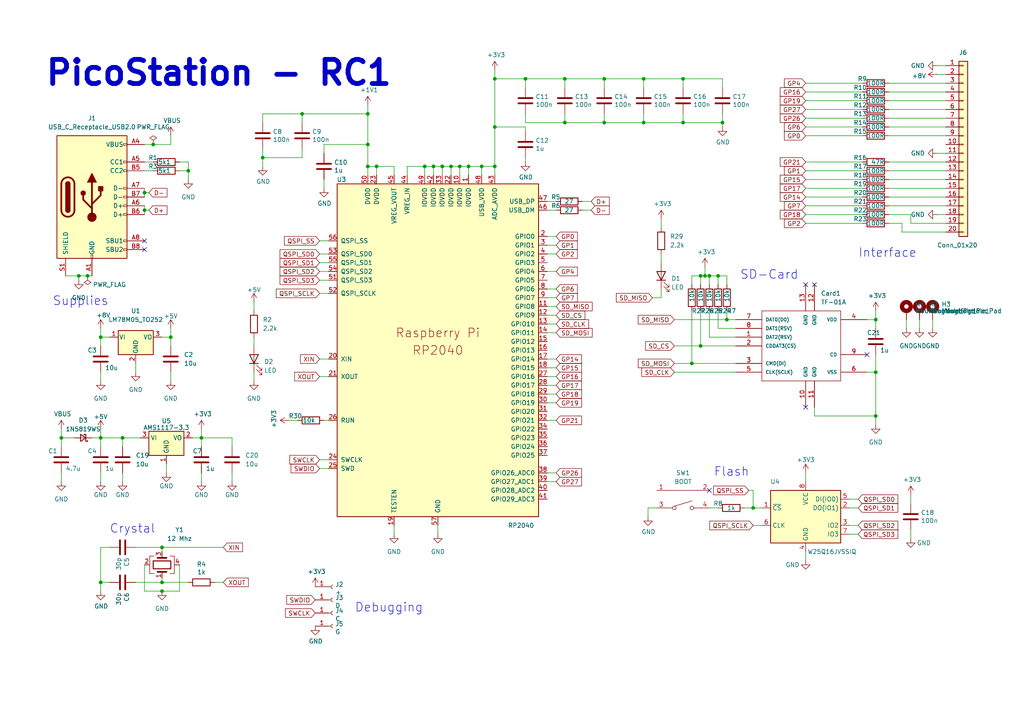
<source format=kicad_sch>
(kicad_sch (version 20230121) (generator eeschema)
  (paper "A4")
  (title_block (title "PicoStation - PCB") (date "2023-05-13") (rev "v20230513") (company "ManCloud"))
  (junction (at 106.68 33.02))
  (junction (at 163.83 22.86))
  (junction (at 208.28 80.01))
  (junction (at 143.51 48.26))
  (junction (at 54.61 49.53))
  (junction (at 203.2 80.01))
  (junction (at 22.86 80.01))
  (junction (at 76.2 45.72))
  (junction (at 143.51 36.83))
  (junction (at 186.69 22.86))
  (junction (at 58.42 127))
  (junction (at 106.68 41.91))
  (junction (at 46.99 171.45))
  (junction (at 130.81 48.26))
  (junction (at 139.7 48.26))
  (junction (at 203.2 100.33))
  (junction (at 198.12 22.86))
  (junction (at 87.63 33.02))
  (junction (at 46.99 158.75))
  (junction (at 29.21 97.79))
  (junction (at 205.74 80.01))
  (junction (at 29.21 127))
  (junction (at 254 120.65))
  (junction (at 125.73 48.26))
  (junction (at 200.66 105.41))
  (junction (at 254 107.95))
  (junction (at 128.27 48.26))
  (junction (at 218.44 147.32))
  (junction (at 198.12 35.56))
  (junction (at 254 92.71))
  (junction (at 49.53 97.79))
  (junction (at 135.89 48.26))
  (junction (at 29.21 168.91))
  (junction (at 209.55 35.56))
  (junction (at 133.35 48.26))
  (junction (at 25.4 80.01))
  (junction (at 204.47 80.01))
  (junction (at 123.19 48.26))
  (junction (at 41.91 55.88))
  (junction (at 106.68 48.26))
  (junction (at 152.4 22.86))
  (junction (at 186.69 35.56))
  (junction (at 46.99 168.91))
  (junction (at 175.26 22.86))
  (junction (at 41.91 60.96))
  (junction (at 17.78 127))
  (junction (at 163.83 35.56))
  (junction (at 109.22 48.26))
  (junction (at 210.82 92.71))
  (junction (at 143.51 22.86))
  (junction (at 35.56 127))
  (junction (at 175.26 35.56))
  (junction (at 44.45 41.91))
  (no_connect (at 251.46 102.87))
  (no_connect (at 236.22 82.55))
  (no_connect (at 233.68 118.11))
  (no_connect (at 205.74 142.24))
  (no_connect (at 233.68 82.55))
  (no_connect (at 41.91 69.85))
  (no_connect (at 41.91 72.39))
  (wire (pts (xy 123.19 48.26) (xy 125.73 48.26)))
  (wire (pts (xy 46.99 97.79) (xy 49.53 97.79)))
  (wire (pts (xy 29.21 127) (xy 29.21 129.54)))
  (wire (pts (xy 41.91 55.88) (xy 41.91 57.15)))
  (wire (pts (xy 52.07 46.99) (xy 54.61 46.99)))
  (wire (pts (xy 257.81 64.77) (xy 261.62 64.77)))
  (wire (pts (xy 46.99 158.75) (xy 64.77 158.75)))
  (wire (pts (xy 158.75 78.74) (xy 161.29 78.74)))
  (wire (pts (xy 158.75 106.68) (xy 161.29 106.68)))
  (wire (pts (xy 123.19 50.8) (xy 123.19 48.26)))
  (wire (pts (xy 41.91 171.45) (xy 41.91 163.83)))
  (wire (pts (xy 198.12 33.02) (xy 198.12 35.56)))
  (wire (pts (xy 257.81 26.67) (xy 274.32 26.67)))
  (wire (pts (xy 152.4 22.86) (xy 152.4 25.4)))
  (wire (pts (xy 130.81 48.26) (xy 133.35 48.26)))
  (wire (pts (xy 233.68 31.75) (xy 250.19 31.75)))
  (wire (pts (xy 236.22 120.65) (xy 254 120.65)))
  (wire (pts (xy 198.12 22.86) (xy 198.12 25.4)))
  (wire (pts (xy 158.75 73.66) (xy 161.29 73.66)))
  (wire (pts (xy 128.27 48.26) (xy 130.81 48.26)))
  (wire (pts (xy 266.7 92.71) (xy 266.7 95.25)))
  (wire (pts (xy 152.4 33.02) (xy 152.4 35.56)))
  (wire (pts (xy 233.68 46.99) (xy 250.19 46.99)))
  (wire (pts (xy 200.66 80.01) (xy 203.2 80.01)))
  (wire (pts (xy 158.75 116.84) (xy 161.29 116.84)))
  (wire (pts (xy 92.71 104.14) (xy 95.25 104.14)))
  (wire (pts (xy 254 92.71) (xy 254 95.25)))
  (wire (pts (xy 92.71 69.85) (xy 95.25 69.85)))
  (wire (pts (xy 233.68 64.77) (xy 250.19 64.77)))
  (wire (pts (xy 195.58 107.95) (xy 213.36 107.95)))
  (wire (pts (xy 257.81 52.07) (xy 274.32 52.07)))
  (wire (pts (xy 254 123.19) (xy 254 120.65)))
  (wire (pts (xy 29.21 124.46) (xy 29.21 127)))
  (wire (pts (xy 48.26 134.62) (xy 48.26 137.16)))
  (wire (pts (xy 143.51 22.86) (xy 143.51 36.83)))
  (wire (pts (xy 87.63 33.02) (xy 106.68 33.02)))
  (wire (pts (xy 198.12 35.56) (xy 186.69 35.56)))
  (wire (pts (xy 270.51 92.71) (xy 270.51 95.25)))
  (wire (pts (xy 54.61 49.53) (xy 54.61 52.07)))
  (wire (pts (xy 203.2 80.01) (xy 204.47 80.01)))
  (wire (pts (xy 248.92 154.94) (xy 246.38 154.94)))
  (wire (pts (xy 52.07 163.83) (xy 52.07 171.45)))
  (wire (pts (xy 186.69 33.02) (xy 186.69 35.56)))
  (wire (pts (xy 274.32 67.31) (xy 261.62 67.31)))
  (wire (pts (xy 257.81 54.61) (xy 274.32 54.61)))
  (wire (pts (xy 261.62 67.31) (xy 261.62 64.77)))
  (wire (pts (xy 29.21 95.25) (xy 29.21 97.79)))
  (wire (pts (xy 73.66 87.63) (xy 73.66 90.17)))
  (wire (pts (xy 233.68 36.83) (xy 250.19 36.83)))
  (wire (pts (xy 158.75 104.14) (xy 161.29 104.14)))
  (wire (pts (xy 198.12 35.56) (xy 209.55 35.56)))
  (wire (pts (xy 218.44 142.24) (xy 218.44 147.32)))
  (wire (pts (xy 67.31 137.16) (xy 67.31 139.7)))
  (wire (pts (xy 195.58 105.41) (xy 200.66 105.41)))
  (wire (pts (xy 257.81 46.99) (xy 274.32 46.99)))
  (wire (pts (xy 76.2 45.72) (xy 76.2 48.26)))
  (wire (pts (xy 203.2 100.33) (xy 213.36 100.33)))
  (wire (pts (xy 133.35 48.26) (xy 135.89 48.26)))
  (wire (pts (xy 39.37 158.75) (xy 46.99 158.75)))
  (wire (pts (xy 200.66 80.01) (xy 200.66 82.55)))
  (wire (pts (xy 92.71 78.74) (xy 95.25 78.74)))
  (wire (pts (xy 163.83 35.56) (xy 152.4 35.56)))
  (wire (pts (xy 209.55 35.56) (xy 209.55 36.83)))
  (wire (pts (xy 205.74 97.79) (xy 205.74 90.17)))
  (wire (pts (xy 163.83 22.86) (xy 163.83 25.4)))
  (wire (pts (xy 135.89 48.26) (xy 139.7 48.26)))
  (wire (pts (xy 41.91 49.53) (xy 44.45 49.53)))
  (wire (pts (xy 158.75 68.58) (xy 161.29 68.58)))
  (wire (pts (xy 233.68 160.02) (xy 233.68 162.56)))
  (wire (pts (xy 92.71 109.22) (xy 95.25 109.22)))
  (wire (pts (xy 248.92 144.78) (xy 246.38 144.78)))
  (wire (pts (xy 209.55 25.4) (xy 209.55 22.86)))
  (wire (pts (xy 248.92 147.32) (xy 246.38 147.32)))
  (wire (pts (xy 139.7 48.26) (xy 143.51 48.26)))
  (wire (pts (xy 186.69 22.86) (xy 198.12 22.86)))
  (wire (pts (xy 233.68 26.67) (xy 250.19 26.67)))
  (wire (pts (xy 264.16 62.23) (xy 264.16 64.77)))
  (wire (pts (xy 218.44 152.4) (xy 220.98 152.4)))
  (wire (pts (xy 208.28 95.25) (xy 208.28 90.17)))
  (wire (pts (xy 58.42 137.16) (xy 58.42 139.7)))
  (wire (pts (xy 52.07 171.45) (xy 46.99 171.45)))
  (wire (pts (xy 54.61 46.99) (xy 54.61 49.53)))
  (wire (pts (xy 41.91 60.96) (xy 43.18 60.96)))
  (wire (pts (xy 92.71 135.89) (xy 95.25 135.89)))
  (wire (pts (xy 87.63 45.72) (xy 87.63 43.18)))
  (wire (pts (xy 271.78 19.05) (xy 274.32 19.05)))
  (wire (pts (xy 49.53 97.79) (xy 49.53 100.33)))
  (wire (pts (xy 114.3 48.26) (xy 109.22 48.26)))
  (wire (pts (xy 143.51 22.86) (xy 152.4 22.86)))
  (wire (pts (xy 46.99 160.02) (xy 46.99 158.75)))
  (wire (pts (xy 248.92 152.4) (xy 246.38 152.4)))
  (wire (pts (xy 163.83 22.86) (xy 175.26 22.86)))
  (wire (pts (xy 158.75 121.92) (xy 161.29 121.92)))
  (wire (pts (xy 31.75 97.79) (xy 29.21 97.79)))
  (wire (pts (xy 26.67 127) (xy 29.21 127)))
  (wire (pts (xy 254 107.95) (xy 254 120.65)))
  (wire (pts (xy 213.36 95.25) (xy 208.28 95.25)))
  (wire (pts (xy 158.75 71.12) (xy 161.29 71.12)))
  (wire (pts (xy 158.75 111.76) (xy 161.29 111.76)))
  (wire (pts (xy 175.26 22.86) (xy 175.26 25.4)))
  (wire (pts (xy 195.58 100.33) (xy 203.2 100.33)))
  (wire (pts (xy 118.11 48.26) (xy 123.19 48.26)))
  (wire (pts (xy 233.68 52.07) (xy 250.19 52.07)))
  (wire (pts (xy 152.4 22.86) (xy 163.83 22.86)))
  (wire (pts (xy 200.66 90.17) (xy 200.66 105.41)))
  (wire (pts (xy 41.91 54.61) (xy 41.91 55.88)))
  (wire (pts (xy 158.75 91.44) (xy 161.29 91.44)))
  (wire (pts (xy 191.77 73.66) (xy 191.77 76.2)))
  (wire (pts (xy 143.51 20.32) (xy 143.51 22.86)))
  (wire (pts (xy 92.71 73.66) (xy 95.25 73.66)))
  (wire (pts (xy 158.75 137.16) (xy 161.29 137.16)))
  (wire (pts (xy 17.78 127) (xy 17.78 129.54)))
  (wire (pts (xy 17.78 124.46) (xy 17.78 127)))
  (wire (pts (xy 133.35 50.8) (xy 133.35 48.26)))
  (wire (pts (xy 109.22 48.26) (xy 106.68 48.26)))
  (wire (pts (xy 29.21 168.91) (xy 29.21 171.45)))
  (wire (pts (xy 143.51 48.26) (xy 143.51 50.8)))
  (wire (pts (xy 233.68 39.37) (xy 250.19 39.37)))
  (wire (pts (xy 203.2 80.01) (xy 203.2 82.55)))
  (wire (pts (xy 257.81 49.53) (xy 274.32 49.53)))
  (wire (pts (xy 46.99 168.91) (xy 54.61 168.91)))
  (wire (pts (xy 257.81 39.37) (xy 274.32 39.37)))
  (wire (pts (xy 35.56 137.16) (xy 35.56 139.7)))
  (wire (pts (xy 233.68 137.16) (xy 233.68 139.7)))
  (wire (pts (xy 233.68 54.61) (xy 250.19 54.61)))
  (wire (pts (xy 41.91 55.88) (xy 43.18 55.88)))
  (wire (pts (xy 39.37 105.41) (xy 39.37 107.95)))
  (wire (pts (xy 251.46 92.71) (xy 254 92.71)))
  (wire (pts (xy 257.81 36.83) (xy 274.32 36.83)))
  (wire (pts (xy 158.75 83.82) (xy 161.29 83.82)))
  (wire (pts (xy 125.73 50.8) (xy 125.73 48.26)))
  (wire (pts (xy 139.7 50.8) (xy 139.7 48.26)))
  (wire (pts (xy 189.23 86.36) (xy 191.77 86.36)))
  (wire (pts (xy 210.82 92.71) (xy 213.36 92.71)))
  (wire (pts (xy 125.73 48.26) (xy 128.27 48.26)))
  (wire (pts (xy 44.45 41.91) (xy 49.53 41.91)))
  (wire (pts (xy 93.98 41.91) (xy 106.68 41.91)))
  (wire (pts (xy 257.81 31.75) (xy 274.32 31.75)))
  (wire (pts (xy 175.26 35.56) (xy 163.83 35.56)))
  (wire (pts (xy 168.91 60.96) (xy 171.45 60.96)))
  (wire (pts (xy 208.28 80.01) (xy 210.82 80.01)))
  (wire (pts (xy 158.75 114.3) (xy 161.29 114.3)))
  (wire (pts (xy 233.68 57.15) (xy 250.19 57.15)))
  (wire (pts (xy 93.98 121.92) (xy 95.25 121.92)))
  (wire (pts (xy 73.66 97.79) (xy 73.66 100.33)))
  (wire (pts (xy 175.26 33.02) (xy 175.26 35.56)))
  (wire (pts (xy 168.91 58.42) (xy 171.45 58.42)))
  (wire (pts (xy 210.82 80.01) (xy 210.82 82.55)))
  (wire (pts (xy 233.68 24.13) (xy 250.19 24.13)))
  (wire (pts (xy 143.51 36.83) (xy 143.51 48.26)))
  (wire (pts (xy 186.69 22.86) (xy 186.69 25.4)))
  (wire (pts (xy 158.75 86.36) (xy 161.29 86.36)))
  (wire (pts (xy 158.75 88.9) (xy 161.29 88.9)))
  (wire (pts (xy 55.88 127) (xy 58.42 127)))
  (wire (pts (xy 135.89 48.26) (xy 135.89 50.8)))
  (wire (pts (xy 208.28 147.32) (xy 205.74 147.32)))
  (wire (pts (xy 233.68 34.29) (xy 250.19 34.29)))
  (wire (pts (xy 114.3 50.8) (xy 114.3 48.26)))
  (wire (pts (xy 92.71 81.28) (xy 95.25 81.28)))
  (wire (pts (xy 92.71 85.09) (xy 95.25 85.09)))
  (wire (pts (xy 93.98 44.45) (xy 93.98 41.91)))
  (wire (pts (xy 58.42 127) (xy 58.42 124.46)))
  (wire (pts (xy 106.68 33.02) (xy 106.68 41.91)))
  (wire (pts (xy 49.53 39.37) (xy 49.53 41.91)))
  (wire (pts (xy 76.2 45.72) (xy 87.63 45.72)))
  (wire (pts (xy 29.21 127) (xy 35.56 127)))
  (wire (pts (xy 191.77 83.82) (xy 191.77 86.36)))
  (wire (pts (xy 209.55 33.02) (xy 209.55 35.56)))
  (wire (pts (xy 217.17 142.24) (xy 218.44 142.24)))
  (wire (pts (xy 205.74 80.01) (xy 208.28 80.01)))
  (wire (pts (xy 257.81 24.13) (xy 274.32 24.13)))
  (wire (pts (xy 49.53 95.25) (xy 49.53 97.79)))
  (wire (pts (xy 254 90.17) (xy 254 92.71)))
  (wire (pts (xy 41.91 60.96) (xy 41.91 62.23)))
  (wire (pts (xy 215.9 147.32) (xy 218.44 147.32)))
  (wire (pts (xy 58.42 129.54) (xy 58.42 127)))
  (wire (pts (xy 198.12 22.86) (xy 209.55 22.86)))
  (wire (pts (xy 46.99 171.45) (xy 41.91 171.45)))
  (wire (pts (xy 29.21 97.79) (xy 29.21 100.33)))
  (wire (pts (xy 41.91 59.69) (xy 41.91 60.96)))
  (wire (pts (xy 233.68 59.69) (xy 250.19 59.69)))
  (wire (pts (xy 41.91 46.99) (xy 44.45 46.99)))
  (wire (pts (xy 264.16 153.67) (xy 264.16 156.21)))
  (wire (pts (xy 175.26 22.86) (xy 186.69 22.86)))
  (wire (pts (xy 22.86 80.01) (xy 22.86 81.28)))
  (wire (pts (xy 118.11 50.8) (xy 118.11 48.26)))
  (wire (pts (xy 257.81 57.15) (xy 274.32 57.15)))
  (wire (pts (xy 200.66 105.41) (xy 213.36 105.41)))
  (wire (pts (xy 158.75 93.98) (xy 161.29 93.98)))
  (wire (pts (xy 158.75 109.22) (xy 161.29 109.22)))
  (wire (pts (xy 17.78 137.16) (xy 17.78 139.7)))
  (wire (pts (xy 264.16 143.51) (xy 264.16 146.05)))
  (wire (pts (xy 233.68 62.23) (xy 250.19 62.23)))
  (wire (pts (xy 236.22 120.65) (xy 236.22 118.11)))
  (wire (pts (xy 233.68 29.21) (xy 250.19 29.21)))
  (wire (pts (xy 39.37 168.91) (xy 46.99 168.91)))
  (wire (pts (xy 92.71 133.35) (xy 95.25 133.35)))
  (wire (pts (xy 35.56 129.54) (xy 35.56 127)))
  (wire (pts (xy 92.71 76.2) (xy 95.25 76.2)))
  (wire (pts (xy 257.81 34.29) (xy 274.32 34.29)))
  (wire (pts (xy 127 152.4) (xy 127 154.94)))
  (wire (pts (xy 35.56 127) (xy 40.64 127)))
  (wire (pts (xy 204.47 77.47) (xy 204.47 80.01)))
  (wire (pts (xy 22.86 80.01) (xy 25.4 80.01)))
  (wire (pts (xy 76.2 43.18) (xy 76.2 45.72)))
  (wire (pts (xy 274.32 62.23) (xy 271.78 62.23)))
  (wire (pts (xy 73.66 107.95) (xy 73.66 110.49)))
  (wire (pts (xy 19.05 80.01) (xy 22.86 80.01)))
  (wire (pts (xy 52.07 49.53) (xy 54.61 49.53)))
  (wire (pts (xy 257.81 29.21) (xy 274.32 29.21)))
  (wire (pts (xy 208.28 80.01) (xy 208.28 82.55)))
  (wire (pts (xy 203.2 90.17) (xy 203.2 100.33)))
  (wire (pts (xy 41.91 41.91) (xy 44.45 41.91)))
  (wire (pts (xy 158.75 60.96) (xy 161.29 60.96)))
  (wire (pts (xy 254 107.95) (xy 251.46 107.95)))
  (wire (pts (xy 106.68 41.91) (xy 106.68 48.26)))
  (wire (pts (xy 106.68 48.26) (xy 106.68 50.8)))
  (wire (pts (xy 218.44 147.32) (xy 220.98 147.32)))
  (wire (pts (xy 264.16 64.77) (xy 274.32 64.77)))
  (wire (pts (xy 191.77 63.5) (xy 191.77 66.04)))
  (wire (pts (xy 152.4 45.72) (xy 152.4 46.99)))
  (wire (pts (xy 76.2 33.02) (xy 87.63 33.02)))
  (wire (pts (xy 152.4 38.1) (xy 152.4 36.83)))
  (wire (pts (xy 158.75 58.42) (xy 161.29 58.42)))
  (wire (pts (xy 58.42 127) (xy 67.31 127)))
  (wire (pts (xy 62.23 168.91) (xy 64.77 168.91)))
  (wire (pts (xy 158.75 139.7) (xy 161.29 139.7)))
  (wire (pts (xy 257.81 59.69) (xy 274.32 59.69)))
  (wire (pts (xy 262.89 92.71) (xy 262.89 95.25)))
  (wire (pts (xy 17.78 127) (xy 21.59 127)))
  (wire (pts (xy 31.75 168.91) (xy 29.21 168.91)))
  (wire (pts (xy 210.82 90.17) (xy 210.82 92.71)))
  (wire (pts (xy 233.68 49.53) (xy 250.19 49.53)))
  (wire (pts (xy 46.99 167.64) (xy 46.99 168.91)))
  (wire (pts (xy 175.26 35.56) (xy 186.69 35.56)))
  (wire (pts (xy 257.81 62.23) (xy 264.16 62.23)))
  (wire (pts (xy 29.21 137.16) (xy 29.21 139.7)))
  (wire (pts (xy 187.96 147.32) (xy 187.96 149.86)))
  (wire (pts (xy 254 102.87) (xy 254 107.95)))
  (wire (pts (xy 205.74 80.01) (xy 205.74 82.55)))
  (wire (pts (xy 271.78 44.45) (xy 274.32 44.45)))
  (wire (pts (xy 271.78 21.59) (xy 274.32 21.59)))
  (wire (pts (xy 106.68 30.48) (xy 106.68 33.02)))
  (wire (pts (xy 93.98 52.07) (xy 93.98 54.61)))
  (wire (pts (xy 49.53 107.95) (xy 49.53 110.49)))
  (wire (pts (xy 195.58 92.71) (xy 210.82 92.71)))
  (wire (pts (xy 29.21 107.95) (xy 29.21 110.49)))
  (wire (pts (xy 163.83 33.02) (xy 163.83 35.56)))
  (wire (pts (xy 83.82 121.92) (xy 86.36 121.92)))
  (wire (pts (xy 158.75 96.52) (xy 161.29 96.52)))
  (wire (pts (xy 128.27 50.8) (xy 128.27 48.26)))
  (wire (pts (xy 87.63 33.02) (xy 87.63 35.56)))
  (wire (pts (xy 204.47 80.01) (xy 205.74 80.01)))
  (wire (pts (xy 114.3 152.4) (xy 114.3 154.94)))
  (wire (pts (xy 130.81 50.8) (xy 130.81 48.26)))
  (wire (pts (xy 31.75 158.75) (xy 29.21 158.75)))
  (wire (pts (xy 76.2 35.56) (xy 76.2 33.02)))
  (wire (pts (xy 143.51 36.83) (xy 152.4 36.83)))
  (wire (pts (xy 213.36 97.79) (xy 205.74 97.79)))
  (wire (pts (xy 67.31 129.54) (xy 67.31 127)))
  (wire (pts (xy 29.21 158.75) (xy 29.21 168.91)))
  (wire (pts (xy 109.22 48.26) (xy 109.22 50.8)))
  (wire (pts (xy 187.96 147.32) (xy 190.5 147.32)))
  (wire (pts (xy 25.4 80.01) (xy 26.67 80.01)))
  (text "SD-Card" (at 214.63 81.28 0) (effects (font (size 2.54 2.54)) (justify left bottom)))
  (text "Flash" (at 207.01 138.43 0) (effects (font (size 2.54 2.54)) (justify left bottom)))
  (text "Debugging" (at 102.87 177.8 0) (effects (font (size 2.54 2.54)) (justify left bottom)))
  (text "Interface" (at 248.92 74.93 0) (effects (font (size 2.54 2.54)) (justify left bottom)))
  (text "Crystal" (at 31.75 154.94 0) (effects (font (size 2.54 2.54)) (justify left bottom)))
  (text "Supplies" (at 15.24 88.9 0) (effects (font (size 2.54 2.54)) (justify left bottom)))
  (text "PicoStation - RC1" (at 12.7 25.4 0) (effects (font (size 7 7) (thickness 1.4) bold) (justify left bottom)))
  (global_label "SWCLK" (shape input) (at 91.44 177.8 180) (property "Intersheetrefs" "${INTERSHEET_REFS}" (effects hide)))
  (global_label "GP27" (shape input) (at 161.29 139.7 0) (property "Intersheetrefs" "${INTERSHEET_REFS}" (effects hide)))
  (global_label "SD_MISO" (shape input) (at 189.23 86.36 180) (property "Intersheetrefs" "${INTERSHEET_REFS}" (effects hide)))
  (global_label "QSPI_SD1" (shape input) (at 92.71 76.2 180) (property "Intersheetrefs" "${INTERSHEET_REFS}" (effects hide)))
  (global_label "GP0" (shape input) (at 233.68 39.37 180) (property "Intersheetrefs" "${INTERSHEET_REFS}" (effects hide)))
  (global_label "QSPI_SS" (shape input) (at 92.71 69.85 180) (property "Intersheetrefs" "${INTERSHEET_REFS}" (effects hide)))
  (global_label "GP16" (shape input) (at 233.68 26.67 180) (property "Intersheetrefs" "${INTERSHEET_REFS}" (effects hide)))
  (global_label "QSPI_SD0" (shape input) (at 248.92 144.78 0) (property "Intersheetrefs" "${INTERSHEET_REFS}" (effects hide)))
  (global_label "SD_MOSI" (shape input) (at 161.29 96.52 0) (property "Intersheetrefs" "${INTERSHEET_REFS}" (effects hide)))
  (global_label "GP14" (shape input) (at 233.68 57.15 180) (property "Intersheetrefs" "${INTERSHEET_REFS}" (effects hide)))
  (global_label "GP2" (shape input) (at 161.29 73.66 0) (property "Intersheetrefs" "${INTERSHEET_REFS}" (effects hide)))
  (global_label "GP1" (shape input) (at 161.29 71.12 0) (property "Intersheetrefs" "${INTERSHEET_REFS}" (effects hide)))
  (global_label "SWDIO" (shape input) (at 92.71 135.89 180) (property "Intersheetrefs" "${INTERSHEET_REFS}" (effects hide)))
  (global_label "SD_MISO" (shape input) (at 195.58 92.71 180) (property "Intersheetrefs" "${INTERSHEET_REFS}" (effects hide)))
  (global_label "XIN" (shape input) (at 92.71 104.14 180) (property "Intersheetrefs" "${INTERSHEET_REFS}" (effects hide)))
  (global_label "GP17" (shape input) (at 161.29 111.76 0) (property "Intersheetrefs" "${INTERSHEET_REFS}" (effects hide)))
  (global_label "XOUT" (shape input) (at 92.71 109.22 180) (property "Intersheetrefs" "${INTERSHEET_REFS}" (effects hide)))
  (global_label "GP26" (shape input) (at 233.68 34.29 180) (property "Intersheetrefs" "${INTERSHEET_REFS}" (effects hide)))
  (global_label "QSPI_SD3" (shape input) (at 248.92 154.94 0) (property "Intersheetrefs" "${INTERSHEET_REFS}" (effects hide)))
  (global_label "SD_CLK" (shape input) (at 195.58 107.95 180) (property "Intersheetrefs" "${INTERSHEET_REFS}" (effects hide)))
  (global_label "QSPI_SD2" (shape input) (at 248.92 152.4 0) (property "Intersheetrefs" "${INTERSHEET_REFS}" (effects hide)))
  (global_label "D-" (shape input) (at 171.45 60.96 0) (property "Intersheetrefs" "${INTERSHEET_REFS}" (effects hide)))
  (global_label "QSPI_SS" (shape input) (at 217.17 142.24 180) (property "Intersheetrefs" "${INTERSHEET_REFS}" (effects hide)))
  (global_label "QSPI_SD0" (shape input) (at 92.71 73.66 180) (property "Intersheetrefs" "${INTERSHEET_REFS}" (effects hide)))
  (global_label "QSPI_SD1" (shape input) (at 248.92 147.32 0) (property "Intersheetrefs" "${INTERSHEET_REFS}" (effects hide)))
  (global_label "QSPI_SD3" (shape input) (at 92.71 81.28 180) (property "Intersheetrefs" "${INTERSHEET_REFS}" (effects hide)))
  (global_label "SD_CS" (shape input) (at 195.58 100.33 180) (property "Intersheetrefs" "${INTERSHEET_REFS}" (effects hide)))
  (global_label "GP15" (shape input) (at 161.29 106.68 0) (property "Intersheetrefs" "${INTERSHEET_REFS}" (effects hide)))
  (global_label "GP6" (shape input) (at 161.29 83.82 0) (property "Intersheetrefs" "${INTERSHEET_REFS}" (effects hide)))
  (global_label "GP2" (shape input) (at 233.68 64.77 180) (property "Intersheetrefs" "${INTERSHEET_REFS}" (effects hide)))
  (global_label "GP16" (shape input) (at 161.29 109.22 0) (property "Intersheetrefs" "${INTERSHEET_REFS}" (effects hide)))
  (global_label "GP21" (shape input) (at 161.29 121.92 0) (property "Intersheetrefs" "${INTERSHEET_REFS}" (effects hide)))
  (global_label "GP19" (shape input) (at 233.68 29.21 180) (property "Intersheetrefs" "${INTERSHEET_REFS}" (effects hide)))
  (global_label "SWCLK" (shape input) (at 92.71 133.35 180) (property "Intersheetrefs" "${INTERSHEET_REFS}" (effects hide)))
  (global_label "GP26" (shape input) (at 161.29 137.16 0) (property "Intersheetrefs" "${INTERSHEET_REFS}" (effects hide)))
  (global_label "GP7" (shape input) (at 161.29 86.36 0) (property "Intersheetrefs" "${INTERSHEET_REFS}" (effects hide)))
  (global_label "GP21" (shape input) (at 233.68 46.99 180) (property "Intersheetrefs" "${INTERSHEET_REFS}" (effects hide)))
  (global_label "GP17" (shape input) (at 233.68 54.61 180) (property "Intersheetrefs" "${INTERSHEET_REFS}" (effects hide)))
  (global_label "QSPI_SCLK" (shape input) (at 218.44 152.4 180) (property "Intersheetrefs" "${INTERSHEET_REFS}" (effects hide)))
  (global_label "QSPI_SD2" (shape input) (at 92.71 78.74 180) (property "Intersheetrefs" "${INTERSHEET_REFS}" (effects hide)))
  (global_label "QSPI_SCLK" (shape input) (at 92.71 85.09 180) (property "Intersheetrefs" "${INTERSHEET_REFS}" (effects hide)))
  (global_label "D+" (shape input) (at 43.18 60.96 0) (property "Intersheetrefs" "${INTERSHEET_REFS}" (effects hide)))
  (global_label "GP0" (shape input) (at 161.29 68.58 0) (property "Intersheetrefs" "${INTERSHEET_REFS}" (effects hide)))
  (global_label "GP27" (shape input) (at 233.68 31.75 180) (property "Intersheetrefs" "${INTERSHEET_REFS}" (effects hide)))
  (global_label "SD_CLK" (shape input) (at 161.29 93.98 0) (property "Intersheetrefs" "${INTERSHEET_REFS}" (effects hide)))
  (global_label "GP6" (shape input) (at 233.68 36.83 180) (property "Intersheetrefs" "${INTERSHEET_REFS}" (effects hide)))
  (global_label "GP19" (shape input) (at 161.29 116.84 0) (property "Intersheetrefs" "${INTERSHEET_REFS}" (effects hide)))
  (global_label "D-" (shape input) (at 43.18 55.88 0) (property "Intersheetrefs" "${INTERSHEET_REFS}" (effects hide)))
  (global_label "SD_MOSI" (shape input) (at 195.58 105.41 180) (property "Intersheetrefs" "${INTERSHEET_REFS}" (effects hide)))
  (global_label "GP4" (shape input) (at 233.68 24.13 180) (property "Intersheetrefs" "${INTERSHEET_REFS}" (effects hide)))
  (global_label "SD_MISO" (shape input) (at 161.29 88.9 0) (property "Intersheetrefs" "${INTERSHEET_REFS}" (effects hide)))
  (global_label "GP7" (shape input) (at 233.68 59.69 180) (property "Intersheetrefs" "${INTERSHEET_REFS}" (effects hide)))
  (global_label "GP14" (shape input) (at 161.29 104.14 0) (property "Intersheetrefs" "${INTERSHEET_REFS}" (effects hide)))
  (global_label "GP18" (shape input) (at 161.29 114.3 0) (property "Intersheetrefs" "${INTERSHEET_REFS}" (effects hide)))
  (global_label "SD_CS" (shape input) (at 161.29 91.44 0) (property "Intersheetrefs" "${INTERSHEET_REFS}" (effects hide)))
  (global_label "XIN" (shape input) (at 64.77 158.75 0) (property "Intersheetrefs" "${INTERSHEET_REFS}" (effects hide)))
  (global_label "GP18" (shape input) (at 233.68 62.23 180) (property "Intersheetrefs" "${INTERSHEET_REFS}" (effects hide)))
  (global_label "GP4" (shape input) (at 161.29 78.74 0) (property "Intersheetrefs" "${INTERSHEET_REFS}" (effects hide)))
  (global_label "GP1" (shape input) (at 233.68 49.53 180) (property "Intersheetrefs" "${INTERSHEET_REFS}" (effects hide)))
  (global_label "D+" (shape input) (at 171.45 58.42 0) (property "Intersheetrefs" "${INTERSHEET_REFS}" (effects hide)))
  (global_label "XOUT" (shape input) (at 64.77 168.91 0) (property "Intersheetrefs" "${INTERSHEET_REFS}" (effects hide)))
  (global_label "GP15" (shape input) (at 233.68 52.07 180) (property "Intersheetrefs" "${INTERSHEET_REFS}" (effects hide)))
  (global_label "SWDIO" (shape input) (at 91.44 173.99 180) (property "Intersheetrefs" "${INTERSHEET_REFS}" (effects hide)))
  (symbol (lib_id "power:GND") (at 266.7 95.25 0) (unit 1)
    (property "Reference" "#PWR0144" (effects hide))
    (property "Value" "GND" (at 266.7 100.33 0))
  )
  (symbol (lib_id "Device:C") (at 49.53 104.14 0) (unit 1)
    (property "Reference" "C2" (at 53.34 102.8699 0) (effects (justify left)))
    (property "Value" "10u" (at 53.34 105.4099 0) (effects (justify left)))
    (property "Footprint" "Capacitor_SMD:C_0805_2012Metric_Pad1.18x1.45mm_HandSolder" (effects hide))
    (property "LCSC" "C15850" (effects hide))
  )
  (symbol (lib_id "Device:C") (at 163.83 29.21 0) (unit 1)
    (property "Reference" "C13" (at 166.751 28.0416 0) (effects (justify left)))
    (property "Value" "100n" (at 166.751 30.353 0) (effects (justify left)))
    (property "Footprint" "Capacitor_SMD:C_0603_1608Metric_Pad1.08x0.95mm_HandSolder" (effects hide))
    (property "LCSC" "C1525" (effects hide))
  )
  (symbol (lib_id "Device:R") (at 254 39.37 90) (unit 1)
    (property "Reference" "R15" (at 251.46 38.1 90) (effects (justify left)))
    (property "Value" "100R" (at 256.54 39.37 90) (effects (justify left)))
    (property "Footprint" "Resistor_SMD:R_0603_1608Metric_Pad0.98x0.95mm_HandSolder" (effects hide))
  )
  (symbol (lib_id "power:GND") (at 29.21 171.45 0) (unit 1)
    (property "Reference" "#PWR0101" (effects hide))
    (property "Value" "GND" (at 29.337 175.8442 0))
  )
  (symbol (lib_id "power:+5V") (at 49.53 95.25 0) (unit 1)
    (property "Reference" "#PWR0109" (effects hide))
    (property "Value" "+5V" (at 49.53 91.6742 0))
  )
  (symbol (lib_id "power:GND") (at 22.86 81.28 0) (unit 1)
    (property "Reference" "#PWR0108" (effects hide))
    (property "Value" "GND" (at 22.86 86.36 0))
  )
  (symbol (lib_id "power:GND") (at 127 154.94 0) (unit 1)
    (property "Reference" "#PWR0106" (effects hide))
    (property "Value" "GND" (at 127 160.02 0))
  )
  (symbol (lib_id "Device:R") (at 254 49.53 90) (unit 1)
    (property "Reference" "R17" (at 251.46 48.26 90) (effects (justify left)))
    (property "Value" "100R" (at 256.54 49.53 90) (effects (justify left)))
    (property "Footprint" "Resistor_SMD:R_0603_1608Metric_Pad0.98x0.95mm_HandSolder" (effects hide))
  )
  (symbol (lib_id "Device:R") (at 48.26 49.53 90) (unit 1)
    (property "Reference" "R3" (at 45.72 48.26 90) (effects (justify left)))
    (property "Value" "5k1" (at 49.53 49.53 90) (effects (justify left)))
    (property "Footprint" "Resistor_SMD:R_0603_1608Metric_Pad0.98x0.95mm_HandSolder" (effects hide))
  )
  (symbol (lib_id "Device:LED") (at 73.66 104.14 90) (unit 1)
    (property "Reference" "D2" (at 76.581 104.8928 90) (effects (justify right)))
    (property "Value" "LED" (at 76.581 107.4297 90) (effects (justify right)))
    (property "Footprint" "LED_SMD:LED_0805_2012Metric_Pad1.15x1.40mm_HandSolder" (effects hide))
  )
  (symbol (lib_id "Device:R") (at 254 62.23 90) (unit 1)
    (property "Reference" "R22" (at 251.46 60.96 90) (effects (justify left)))
    (property "Value" "100R" (at 256.54 62.23 90) (effects (justify left)))
    (property "Footprint" "Resistor_SMD:R_0603_1608Metric_Pad0.98x0.95mm_HandSolder" (effects hide))
  )
  (symbol (lib_id "Device:R") (at 254 36.83 90) (unit 1)
    (property "Reference" "R14" (at 251.46 35.56 90) (effects (justify left)))
    (property "Value" "100R" (at 256.54 36.83 90) (effects (justify left)))
    (property "Footprint" "Resistor_SMD:R_0603_1608Metric_Pad0.98x0.95mm_HandSolder" (effects hide))
  )
  (symbol (lib_id "power:+5V") (at 73.66 87.63 0) (unit 1)
    (property "Reference" "#PWR0125" (effects hide))
    (property "Value" "+5V" (at 73.66 84.0542 0))
  )
  (symbol (lib_id "Connector:Conn_01x01_Female") (at 96.52 181.61 0) (unit 1)
    (property "Reference" "J5" (at 97.2312 180.9496 0) (effects (justify left)))
    (property "Value" "G" (at 97.2312 183.261 0) (effects (justify left)))
    (property "Footprint" "TestPoint:TestPoint_Pad_D1.5mm" (effects hide))
  )
  (symbol (lib_id "power:GND") (at 187.96 149.86 0) (unit 1)
    (property "Reference" "#PWR0136" (effects hide))
    (property "Value" "GND" (at 188.087 154.2542 0))
  )
  (symbol (lib_id "Device:C") (at 35.56 133.35 0) (unit 1)
    (property "Reference" "C19" (at 39.37 132.0799 0) (effects (justify left)))
    (property "Value" "10u" (at 39.37 134.6199 0) (effects (justify left)))
    (property "Footprint" "Capacitor_SMD:C_0805_2012Metric_Pad1.18x1.45mm_HandSolder" (effects hide))
    (property "LCSC" "C15850" (effects hide))
  )
  (symbol (lib_id "power:+5V") (at 29.21 124.46 0) (unit 1)
    (property "Reference" "#PWR0115" (effects hide))
    (property "Value" "+5V" (at 29.21 120.8842 0))
  )
  (symbol (lib_id "Device:C") (at 254 99.06 0) (unit 1)
    (property "Reference" "C21" (at 251.46 96.52 0) (effects (justify left)))
    (property "Value" "1u" (at 255.27 101.6 0) (effects (justify left)))
    (property "Footprint" "Capacitor_SMD:C_0603_1608Metric_Pad1.08x0.95mm_HandSolder" (effects hide))
    (property "LCSC" "C52923" (effects hide))
  )
  (symbol (lib_id "power:GND") (at 49.53 110.49 0) (unit 1)
    (property "Reference" "#PWR0120" (effects hide))
    (property "Value" "GND" (at 49.53 115.57 0))
  )
  (symbol (lib_id "Device:C") (at 35.56 168.91 270) (unit 1)
    (property "Reference" "C6" (at 36.7284 171.831 0) (effects (justify left)))
    (property "Value" "30p" (at 34.417 171.831 0) (effects (justify left)))
    (property "Footprint" "Capacitor_SMD:C_0603_1608Metric_Pad1.08x0.95mm_HandSolder" (effects hide))
    (property "LCSC" "C1570" (effects hide))
  )
  (symbol (lib_id "power:GND") (at 39.37 107.95 0) (unit 1)
    (property "Reference" "#PWR0118" (effects hide))
    (property "Value" "GND" (at 39.37 113.03 0))
  )
  (symbol (lib_id "Device:D_Schottky_Small") (at 24.13 127 180) (unit 1)
    (property "Reference" "D3" (at 24.13 121.92 0))
    (property "Value" "1N5819WS" (at 24.13 124.46 0))
    (property "Footprint" "Diode_SMD:D_SOD-323" (effects hide))
    (property "LCSC" "C191023" (effects hide))
  )
  (symbol (lib_id "Device:R") (at 254 59.69 90) (unit 1)
    (property "Reference" "R21" (at 251.46 58.42 90) (effects (justify left)))
    (property "Value" "100R" (at 256.54 59.69 90) (effects (justify left)))
    (property "Footprint" "Resistor_SMD:R_0603_1608Metric_Pad0.98x0.95mm_HandSolder" (effects hide))
  )
  (symbol (lib_id "power:GND") (at 29.21 110.49 0) (unit 1)
    (property "Reference" "#PWR0116" (effects hide))
    (property "Value" "GND" (at 29.21 115.57 0))
  )
  (symbol (lib_id "power:GND") (at 91.44 181.61 0) (unit 1)
    (property "Reference" "#PWR0103" (effects hide))
    (property "Value" "GND" (at 91.567 186.0042 0))
  )
  (symbol (lib_id "power:GND") (at 67.31 139.7 0) (unit 1)
    (property "Reference" "#PWR01" (effects hide))
    (property "Value" "GND" (at 67.31 143.51 0))
  )
  (symbol (lib_id "power:GND") (at 29.21 139.7 0) (unit 1)
    (property "Reference" "#PWR0111" (effects hide))
    (property "Value" "GND" (at 29.21 143.51 0))
  )
  (symbol (lib_id "Device:R") (at 73.66 93.98 0) (unit 1)
    (property "Reference" "R2" (at 76.2 92.7099 0) (effects (justify left)))
    (property "Value" "2.2k" (at 76.2 95.2499 0) (effects (justify left)))
    (property "Footprint" "Resistor_SMD:R_0603_1608Metric_Pad0.98x0.95mm_HandSolder" (effects hide))
  )
  (symbol (lib_id "power:PWR_FLAG") (at 25.4 80.01 180) (unit 1)
    (property "Reference" "#FLG0102" (effects hide))
    (property "Value" "PWR_FLAG" (at 31.75 82.55 0))
  )
  (symbol (lib_id "power:+8V") (at 29.21 95.25 0) (unit 1)
    (property "Reference" "#PWR0121" (effects hide))
    (property "Value" "+8V" (at 27.94 91.44 0) (effects (justify left)))
  )
  (symbol (lib_id "Mechanical:MountingHole_Pad") (at 270.51 90.17 0) (unit 1)
    (property "Reference" "H3" (at 273.05 88.2563 0) (effects (justify left)))
    (property "Value" "MountingHole_Pad" (at 273.05 90.1773 0) (effects (justify left)))
    (property "Footprint" "MountingHole:MountingHole_2.2mm_M2_DIN965_Pad" (effects hide))
  )
  (symbol (lib_id "Mechanical:MountingHole_Pad") (at 266.7 90.17 0) (unit 1)
    (property "Reference" "H2" (at 269.24 88.2563 0) (effects (justify left)))
    (property "Value" "MountingHole_Pad" (at 269.24 90.1773 0) (effects (justify left)))
    (property "Footprint" "MountingHole:MountingHole_2.2mm_M2_DIN965_Pad" (effects hide))
  )
  (symbol (lib_id "power:+3V3") (at 233.68 137.16 0) (unit 1)
    (property "Reference" "#PWR0138" (effects hide))
    (property "Value" "+3V3" (at 233.68 133.35 0))
  )
  (symbol (lib_id "power:GND") (at 76.2 48.26 0) (unit 1)
    (property "Reference" "#PWR0126" (effects hide))
    (property "Value" "GND" (at 76.327 52.6542 0))
  )
  (symbol (lib_id "Device:C") (at 198.12 29.21 0) (unit 1)
    (property "Reference" "C16" (at 201.041 28.0416 0) (effects (justify left)))
    (property "Value" "100n" (at 201.041 30.353 0) (effects (justify left)))
    (property "Footprint" "Capacitor_SMD:C_0603_1608Metric_Pad1.08x0.95mm_HandSolder" (effects hide))
    (property "LCSC" "C1525" (effects hide))
  )
  (symbol (lib_id "Device:R") (at 212.09 147.32 270) (unit 1)
    (property "Reference" "R8" (at 208.28 146.05 90))
    (property "Value" "1k" (at 212.09 147.32 90))
    (property "Footprint" "Resistor_SMD:R_0603_1608Metric_Pad0.98x0.95mm_HandSolder" (effects hide))
    (property "LCSC" "C11702" (effects hide))
  )
  (symbol (lib_id "Device:Crystal_GND24") (at 46.99 163.83 90) (unit 1)
    (property "Reference" "Y1" (at 52.07 153.67 90))
    (property "Value" "12 Mhz" (at 52.07 156.21 90))
    (property "Footprint" "Crystal:Crystal_SMD_3225-4Pin_3.2x2.5mm" (effects hide))
    (property "LCSC" "C9002" (effects hide))
  )
  (symbol (lib_id "power:GND") (at 114.3 154.94 0) (unit 1)
    (property "Reference" "#PWR0105" (effects hide))
    (property "Value" "GND" (at 114.3 160.02 0))
  )
  (symbol (lib_id "Connector:USB_C_Receptacle_USB2.0") (at 26.67 57.15 0) (unit 1)
    (property "Reference" "J1" (at 26.67 34.29 0))
    (property "Value" "USB_C_Receptacle_USB2.0" (at 26.67 36.83 0))
    (property "Footprint" "Connector_USB:USB_C_Receptacle_HRO_TYPE-C-31-M-12" (effects hide))
    (property "Datasheet" "https://www.usb.org/sites/default/files/documents/usb_type-c.zip" (effects hide))
    (property "LCSC" "C2765186" (effects hide))
  )
  (symbol (lib_id "Device:R") (at 165.1 60.96 90) (unit 1)
    (property "Reference" "R6" (at 162.56 59.69 90) (effects (justify left)))
    (property "Value" "27" (at 166.37 60.96 90) (effects (justify left)))
    (property "Footprint" "Resistor_SMD:R_0603_1608Metric_Pad0.98x0.95mm_HandSolder" (effects hide))
  )
  (symbol (lib_id "Device:R") (at 254 29.21 90) (unit 1)
    (property "Reference" "R11" (at 251.46 27.94 90) (effects (justify left)))
    (property "Value" "100R" (at 256.54 29.21 90) (effects (justify left)))
    (property "Footprint" "Resistor_SMD:R_0603_1608Metric_Pad0.98x0.95mm_HandSolder" (effects hide))
  )
  (symbol (lib_id "power:GND") (at 262.89 95.25 0) (unit 1)
    (property "Reference" "#PWR0143" (effects hide))
    (property "Value" "GND" (at 262.89 100.33 0))
  )
  (symbol (lib_id "power:GND") (at 271.78 44.45 270) (unit 1)
    (property "Reference" "#PWR0131" (effects hide))
    (property "Value" "GND" (at 264.16 44.45 90) (effects (justify left)))
  )
  (symbol (lib_id "Device:C") (at 152.4 29.21 0) (unit 1)
    (property "Reference" "C11" (at 155.321 28.0416 0) (effects (justify left)))
    (property "Value" "100n" (at 155.321 30.353 0) (effects (justify left)))
    (property "Footprint" "Capacitor_SMD:C_0603_1608Metric_Pad1.08x0.95mm_HandSolder" (effects hide))
    (property "LCSC" "C1525" (effects hide))
  )
  (symbol (lib_id "Device:R") (at 191.77 69.85 0) (unit 1)
    (property "Reference" "R29" (at 194.31 68.5799 0) (effects (justify left)))
    (property "Value" "2.2k" (at 194.31 71.1199 0) (effects (justify left)))
    (property "Footprint" "Resistor_SMD:R_0603_1608Metric_Pad0.98x0.95mm_HandSolder" (effects hide))
  )
  (symbol (lib_id "Device:R") (at 210.82 86.36 0) (unit 1)
    (property "Reference" "R7" (at 210.82 90.17 0) (effects (justify left)))
    (property "Value" "10k" (at 210.82 87.63 90) (effects (justify left)))
    (property "Footprint" "Resistor_SMD:R_0603_1608Metric_Pad0.98x0.95mm_HandSolder" (effects hide))
  )
  (symbol (lib_id "Device:C") (at 76.2 39.37 0) (unit 1)
    (property "Reference" "C8" (at 79.121 38.2016 0) (effects (justify left)))
    (property "Value" "100n" (at 79.121 40.513 0) (effects (justify left)))
    (property "Footprint" "Capacitor_SMD:C_0603_1608Metric_Pad1.08x0.95mm_HandSolder" (effects hide))
    (property "LCSC" "C1525" (effects hide))
  )
  (symbol (lib_id "Device:R") (at 254 24.13 90) (unit 1)
    (property "Reference" "R9" (at 251.46 22.86 90) (effects (justify left)))
    (property "Value" "100R" (at 256.54 24.13 90) (effects (justify left)))
    (property "Footprint" "Resistor_SMD:R_0603_1608Metric_Pad0.98x0.95mm_HandSolder" (effects hide))
  )
  (symbol (lib_id "power:VBUS") (at 49.53 39.37 0) (unit 1)
    (property "Reference" "#PWR0107" (effects hide))
    (property "Value" "VBUS" (at 49.911 34.9758 0))
  )
  (symbol (lib_id "power:+3V3") (at 191.77 63.5 0) (unit 1)
    (property "Reference" "#PWR03" (effects hide))
    (property "Value" "+3V3" (at 192.151 59.1058 0))
  )
  (symbol (lib_id "Device:C") (at 93.98 48.26 0) (unit 1)
    (property "Reference" "C10" (at 96.901 47.0916 0) (effects (justify left)))
    (property "Value" "1u" (at 96.901 49.403 0) (effects (justify left)))
    (property "Footprint" "Capacitor_SMD:C_0603_1608Metric_Pad1.08x0.95mm_HandSolder" (effects hide))
    (property "LCSC" "C52923" (effects hide))
  )
  (symbol (lib_id "power:GND") (at 152.4 46.99 0) (unit 1)
    (property "Reference" "#PWR0128" (effects hide))
    (property "Value" "GND" (at 152.527 51.3842 0))
  )
  (symbol (lib_id "Device:R") (at 254 52.07 90) (unit 1)
    (property "Reference" "R18" (at 251.46 50.8 90) (effects (justify left)))
    (property "Value" "100R" (at 256.54 52.07 90) (effects (justify left)))
    (property "Footprint" "Resistor_SMD:R_0603_1608Metric_Pad0.98x0.95mm_HandSolder" (effects hide))
  )
  (symbol (lib_id "power:GND") (at 35.56 139.7 0) (unit 1)
    (property "Reference" "#PWR02" (effects hide))
    (property "Value" "GND" (at 35.56 143.51 0))
  )
  (symbol (lib_id "Device:C") (at 29.21 104.14 0) (unit 1)
    (property "Reference" "C3" (at 25.4 101.6 0) (effects (justify left)))
    (property "Value" "10u" (at 30.48 106.68 0) (effects (justify left)))
    (property "Footprint" "Capacitor_SMD:C_0805_2012Metric_Pad1.18x1.45mm_HandSolder" (effects hide))
    (property "LCSC" "C15850" (effects hide))
  )
  (symbol (lib_id "Mechanical:MountingHole_Pad") (at 262.89 90.17 0) (unit 1)
    (property "Reference" "H1" (at 265.43 88.2563 0) (effects (justify left)))
    (property "Value" "MountingHole_Pad" (at 265.43 90.1773 0) (effects (justify left)))
    (property "Footprint" "MountingHole:MountingHole_2.2mm_M2_DIN965_Pad" (effects hide))
  )
  (symbol (lib_id "Device:C") (at 152.4 41.91 0) (unit 1)
    (property "Reference" "C12" (at 155.321 40.7416 0) (effects (justify left)))
    (property "Value" "1u" (at 155.321 43.053 0) (effects (justify left)))
    (property "Footprint" "Capacitor_SMD:C_0603_1608Metric_Pad1.08x0.95mm_HandSolder" (effects hide))
    (property "LCSC" "C52923" (effects hide))
  )
  (symbol (lib_id "power:+3V3") (at 204.47 77.47 0) (unit 1)
    (property "Reference" "#PWR0146" (effects hide))
    (property "Value" "+3V3" (at 204.851 73.0758 0))
  )
  (symbol (lib_id "Device:C") (at 87.63 39.37 0) (unit 1)
    (property "Reference" "C9" (at 90.551 38.2016 0) (effects (justify left)))
    (property "Value" "100n" (at 90.551 40.513 0) (effects (justify left)))
    (property "Footprint" "Capacitor_SMD:C_0603_1608Metric_Pad1.08x0.95mm_HandSolder" (effects hide))
    (property "LCSC" "C1525" (effects hide))
  )
  (symbol (lib_id "Device:R") (at 58.42 168.91 270) (unit 1)
    (property "Reference" "R4" (at 58.42 163.6522 90))
    (property "Value" "1k" (at 58.42 165.9636 90))
    (property "Footprint" "Resistor_SMD:R_0603_1608Metric_Pad0.98x0.95mm_HandSolder" (effects hide))
    (property "LCSC" "C11702" (effects hide))
  )
  (symbol (lib_id "power:GND") (at 73.66 110.49 0) (unit 1)
    (property "Reference" "#PWR0122" (effects hide))
    (property "Value" "GND" (at 73.66 115.57 0))
  )
  (symbol (lib_id "power:+1V1") (at 106.68 30.48 0) (unit 1)
    (property "Reference" "#PWR0127" (effects hide))
    (property "Value" "+1V1" (at 107.061 26.0858 0))
  )
  (symbol (lib_id "Device:C") (at 35.56 158.75 270) (unit 1)
    (property "Reference" "C5" (at 36.7284 161.671 0) (effects (justify left)))
    (property "Value" "30p" (at 34.417 161.671 0) (effects (justify left)))
    (property "Footprint" "Capacitor_SMD:C_0603_1608Metric_Pad1.08x0.95mm_HandSolder" (effects hide))
    (property "LCSC" "C1570" (effects hide))
  )
  (symbol (lib_id "power:+3V3") (at 83.82 121.92 90) (unit 1)
    (property "Reference" "#PWR0123" (effects hide))
    (property "Value" "+3V3" (at 79.4258 121.539 0))
  )
  (symbol (lib_id "power:PWR_FLAG") (at 44.45 41.91 0) (unit 1)
    (property "Reference" "#FLG0101" (effects hide))
    (property "Value" "PWR_FLAG" (at 44.45 36.83 0))
  )
  (symbol (lib_id "Device:C") (at 186.69 29.21 0) (unit 1)
    (property "Reference" "C15" (at 189.611 28.0416 0) (effects (justify left)))
    (property "Value" "100n" (at 189.611 30.353 0) (effects (justify left)))
    (property "Footprint" "Capacitor_SMD:C_0603_1608Metric_Pad1.08x0.95mm_HandSolder" (effects hide))
    (property "LCSC" "C1525" (effects hide))
  )
  (symbol (lib_id "Device:R") (at 254 31.75 90) (unit 1)
    (property "Reference" "R12" (at 251.46 30.48 90) (effects (justify left)))
    (property "Value" "100R" (at 256.54 31.75 90) (effects (justify left)))
    (property "Footprint" "Resistor_SMD:R_0603_1608Metric_Pad0.98x0.95mm_HandSolder" (effects hide))
  )
  (symbol (lib_id "Device:R") (at 165.1 58.42 90) (unit 1)
    (property "Reference" "R5" (at 162.56 57.15 90) (effects (justify left)))
    (property "Value" "27" (at 166.37 58.42 90) (effects (justify left)))
    (property "Footprint" "Resistor_SMD:R_0603_1608Metric_Pad0.98x0.95mm_HandSolder" (effects hide))
  )
  (symbol (lib_id "power:+3V3") (at 91.44 170.18 0) (unit 1)
    (property "Reference" "#PWR0104" (effects hide))
    (property "Value" "+3V3" (at 91.821 165.7858 0))
  )
  (symbol (lib_id "Device:R") (at 205.74 86.36 0) (unit 1)
    (property "Reference" "R25" (at 205.74 90.17 0) (effects (justify left)))
    (property "Value" "10k" (at 205.74 87.63 90) (effects (justify left)))
    (property "Footprint" "Resistor_SMD:R_0603_1608Metric_Pad0.98x0.95mm_HandSolder" (effects hide))
  )
  (symbol (lib_id "Device:C") (at 58.42 133.35 0) (unit 1)
    (property "Reference" "C7" (at 55.88 130.81 0) (effects (justify left)))
    (property "Value" "1u" (at 59.69 135.89 0) (effects (justify left)))
    (property "Footprint" "Capacitor_SMD:C_0603_1608Metric_Pad1.08x0.95mm_HandSolder" (effects hide))
    (property "LCSC" "C52923" (effects hide))
  )
  (symbol (lib_id "Device:C") (at 264.16 149.86 0) (unit 1)
    (property "Reference" "C18" (at 267.081 148.6916 0) (effects (justify left)))
    (property "Value" "100n" (at 267.081 151.003 0) (effects (justify left)))
    (property "Footprint" "Capacitor_SMD:C_0603_1608Metric_Pad1.08x0.95mm_HandSolder" (effects hide))
    (property "LCSC" "C1525" (effects hide))
  )
  (symbol (lib_id "power:GND") (at 271.78 62.23 270) (unit 1)
    (property "Reference" "#PWR0133" (effects hide))
    (property "Value" "GND" (at 264.16 62.23 90) (effects (justify left)))
  )
  (symbol (lib_id "power:GND") (at 209.55 36.83 0) (unit 1)
    (property "Reference" "#PWR0139" (effects hide))
    (property "Value" "GND" (at 209.677 41.2242 0))
  )
  (symbol (lib_id "Device:R") (at 203.2 86.36 0) (unit 1)
    (property "Reference" "R26" (at 203.2 90.17 0) (effects (justify left)))
    (property "Value" "10k" (at 203.2 87.63 90) (effects (justify left)))
    (property "Footprint" "Resistor_SMD:R_0603_1608Metric_Pad0.98x0.95mm_HandSolder" (effects hide))
  )
  (symbol (lib_id "Connector:Conn_01x01_Female") (at 96.52 177.8 0) (unit 1)
    (property "Reference" "J4" (at 97.2312 177.1396 0) (effects (justify left)))
    (property "Value" "C" (at 97.2312 179.451 0) (effects (justify left)))
    (property "Footprint" "TestPoint:TestPoint_Pad_D1.5mm" (effects hide))
  )
  (symbol (lib_id "Device:R") (at 90.17 121.92 90) (unit 1)
    (property "Reference" "R30" (at 87.63 120.65 90) (effects (justify left)))
    (property "Value" "10k" (at 91.44 121.92 90) (effects (justify left)))
    (property "Footprint" "Resistor_SMD:R_0603_1608Metric_Pad0.98x0.95mm_HandSolder" (effects hide))
  )
  (symbol (lib_id "power:GND") (at 46.99 171.45 0) (unit 1)
    (property "Reference" "#PWR0102" (effects hide))
    (property "Value" "GND" (at 46.99 176.53 0))
  )
  (symbol (lib_id "Connector:Conn_01x01_Female") (at 96.52 170.18 0) (unit 1)
    (property "Reference" "J2" (at 97.2312 169.5196 0) (effects (justify left)))
    (property "Value" "+" (at 97.2312 171.831 0) (effects (justify left)))
    (property "Footprint" "TestPoint:TestPoint_Pad_D1.5mm" (effects hide))
  )
  (symbol (lib_id "Device:C") (at 209.55 29.21 0) (unit 1)
    (property "Reference" "C17" (at 212.471 28.0416 0) (effects (justify left)))
    (property "Value" "100n" (at 212.471 30.353 0) (effects (justify left)))
    (property "Footprint" "Capacitor_SMD:C_0603_1608Metric_Pad1.08x0.95mm_HandSolder" (effects hide))
    (property "LCSC" "C1525" (effects hide))
  )
  (symbol (lib_id "power:+3V3") (at 143.51 20.32 0) (unit 1)
    (property "Reference" "#PWR0129" (effects hide))
    (property "Value" "+3V3" (at 143.891 15.9258 0))
  )
  (symbol (lib_id "power:VBUS") (at 17.78 124.46 0) (unit 1)
    (property "Reference" "#PWR0117" (effects hide))
    (property "Value" "VBUS" (at 18.161 120.0658 0))
  )
  (symbol (lib_id "kicad_lceda:TS24CA") (at 198.12 144.78 0) (unit 1)
    (property "Reference" "SW1" (at 198.12 137.16 0))
    (property "Value" "BOOT" (at 198.12 139.7 0))
    (property "Footprint" "kicad_lceda:SW-SMD_TS24CA" (effects hide))
    (property "Datasheet" "http://www.szlcsc.com/product/details_372554.html" (effects hide))
    (property "SuppliersPartNumber" "C393942" (effects hide))
    (property "uuid" "std:011ee46cdc964900a13c320feaf84dfd" (effects hide))
    (property "LCSC" "C393942" (effects hide))
  )
  (symbol (lib_id "Device:C") (at 29.21 133.35 0) (unit 1)
    (property "Reference" "C4" (at 25.4 130.81 0) (effects (justify left)))
    (property "Value" "1u" (at 30.48 135.89 0) (effects (justify left)))
    (property "Footprint" "Capacitor_SMD:C_0603_1608Metric_Pad1.08x0.95mm_HandSolder" (effects hide))
    (property "LCSC" "C52923" (effects hide))
  )
  (symbol (lib_id "power:GND") (at 93.98 54.61 0) (unit 1)
    (property "Reference" "#PWR0124" (effects hide))
    (property "Value" "GND" (at 94.107 59.0042 0))
  )
  (symbol (lib_id "kicad_lceda:TF-01A") (at 232.41 100.33 0) (unit 1)
    (property "Reference" "Card1" (at 238.0857 85.09 0) (effects (justify left)))
    (property "Value" "TF-01A" (at 238.0857 87.63 0) (effects (justify left)))
    (property "Footprint" "kicad_lceda:TF-SMD_TF-01A" (effects hide))
    (property "Datasheet" "http://www.szlcsc.com/product/details_92334.html" (effects hide))
    (property "SuppliersPartNumber" "C91145" (effects hide))
    (property "uuid" "std:3d240747a85043e08408d9845ebe7995" (effects hide))
    (property "LCSC" "C91145" (effects hide))
  )
  (symbol (lib_id "Device:C") (at 175.26 29.21 0) (unit 1)
    (property "Reference" "C14" (at 178.181 28.0416 0) (effects (justify left)))
    (property "Value" "100n" (at 178.181 30.353 0) (effects (justify left)))
    (property "Footprint" "Capacitor_SMD:C_0603_1608Metric_Pad1.08x0.95mm_HandSolder" (effects hide))
    (property "LCSC" "C1525" (effects hide))
  )
  (symbol (lib_id "Regulator_Linear:LM78M05_TO252") (at 39.37 97.79 0) (unit 1)
    (property "Reference" "U1" (at 39.37 90.17 0))
    (property "Value" "LM78M05_TO252" (at 39.37 92.71 0))
    (property "Footprint" "Package_TO_SOT_SMD:TO-252-2" (effects hide))
    (property "Datasheet" "https://www.onsemi.com/pub/Collateral/MC78M00-D.PDF" (effects hide))
  )
  (symbol (lib_id "power:GND") (at 58.42 139.7 0) (unit 1)
    (property "Reference" "#PWR0112" (effects hide))
    (property "Value" "GND" (at 58.42 143.51 0))
  )
  (symbol (lib_id "power:GND") (at 54.61 52.07 0) (unit 1)
    (property "Reference" "#PWR0110" (effects hide))
    (property "Value" "GND" (at 54.61 57.15 0))
  )
  (symbol (lib_id "Device:R") (at 254 46.99 90) (unit 1)
    (property "Reference" "R16" (at 251.46 45.72 90) (effects (justify left)))
    (property "Value" "47R" (at 256.54 46.99 90) (effects (justify left)))
    (property "Footprint" "Resistor_SMD:R_0603_1608Metric_Pad0.98x0.95mm_HandSolder" (effects hide))
  )
  (symbol (lib_id "power:+8V") (at 271.78 21.59 90) (unit 1)
    (property "Reference" "#PWR0132" (effects hide))
    (property "Value" "+8V" (at 268.6051 22.0238 90) (effects (justify left)))
  )
  (symbol (lib_id "Device:R") (at 208.28 86.36 0) (unit 1)
    (property "Reference" "R24" (at 208.28 90.17 0) (effects (justify left)))
    (property "Value" "10k" (at 208.28 87.63 90) (effects (justify left)))
    (property "Footprint" "Resistor_SMD:R_0603_1608Metric_Pad0.98x0.95mm_HandSolder" (effects hide))
  )
  (symbol (lib_id "Device:C") (at 67.31 133.35 0) (unit 1)
    (property "Reference" "C20" (at 71.12 132.0799 0) (effects (justify left)))
    (property "Value" "10u" (at 71.12 134.6199 0) (effects (justify left)))
    (property "Footprint" "Capacitor_SMD:C_0805_2012Metric_Pad1.18x1.45mm_HandSolder" (effects hide))
    (property "LCSC" "C15850" (effects hide))
  )
  (symbol (lib_id "Connector:Conn_01x01_Female") (at 96.52 173.99 0) (unit 1)
    (property "Reference" "J3" (at 97.2312 173.3296 0) (effects (justify left)))
    (property "Value" "D" (at 97.2312 175.641 0) (effects (justify left)))
    (property "Footprint" "TestPoint:TestPoint_Pad_D1.5mm" (effects hide))
  )
  (symbol (lib_id "Device:R") (at 254 34.29 90) (unit 1)
    (property "Reference" "R13" (at 251.46 33.02 90) (effects (justify left)))
    (property "Value" "100R" (at 256.54 34.29 90) (effects (justify left)))
    (property "Footprint" "Resistor_SMD:R_0603_1608Metric_Pad0.98x0.95mm_HandSolder" (effects hide))
  )
  (symbol (lib_id "power:GND") (at 233.68 162.56 0) (unit 1)
    (property "Reference" "#PWR0142" (effects hide))
    (property "Value" "GND" (at 229.87 163.83 0))
  )
  (symbol (lib_id "Memory_Flash:W25Q128JVS") (at 233.68 149.86 0) (unit 1)
    (property "Reference" "U4" (at 224.79 139.7 0))
    (property "Value" "W25Q16JVSSIQ" (at 241.3 160.02 0))
    (property "Footprint" "Package_SO:SOIC-8_5.23x5.23mm_P1.27mm" (effects hide))
    (property "Datasheet" "http://www.winbond.com/resource-files/w25q128jv_dtr%20revc%2003272018%20plus.pdf" (effects hide))
    (property "LCSC" "C131025" (effects hide))
    (property "JLCPCB_CORRECTION" "0;0;270" (effects hide))
  )
  (symbol (lib_id "power:GND") (at 48.26 137.16 0) (unit 1)
    (property "Reference" "#PWR0113" (effects hide))
    (property "Value" "GND" (at 48.26 140.97 0))
  )
  (symbol (lib_id "power:GND") (at 271.78 19.05 270) (unit 1)
    (property "Reference" "#PWR0130" (effects hide))
    (property "Value" "GND" (at 264.16 19.05 90) (effects (justify left)))
  )
  (symbol (lib_id "Device:R") (at 200.66 86.36 0) (unit 1)
    (property "Reference" "R27" (at 200.66 90.17 0) (effects (justify left)))
    (property "Value" "10k" (at 200.66 87.63 90) (effects (justify left)))
    (property "Footprint" "Resistor_SMD:R_0603_1608Metric_Pad0.98x0.95mm_HandSolder" (effects hide))
  )
  (symbol (lib_id "Device:R") (at 254 57.15 90) (unit 1)
    (property "Reference" "R20" (at 251.46 55.88 90) (effects (justify left)))
    (property "Value" "100R" (at 256.54 57.15 90) (effects (justify left)))
    (property "Footprint" "Resistor_SMD:R_0603_1608Metric_Pad0.98x0.95mm_HandSolder" (effects hide))
  )
  (symbol (lib_id "Device:C") (at 17.78 133.35 180) (unit 1)
    (property "Reference" "C1" (at 13.97 130.81 0) (effects (justify right)))
    (property "Value" "4.7u" (at 19.05 135.89 0) (effects (justify right)))
    (property "Footprint" "Capacitor_SMD:C_0603_1608Metric_Pad1.08x0.95mm_HandSolder" (effects hide))
    (property "LCSC" "C23733" (effects hide))
  )
  (symbol (lib_id "Regulator_Linear:AMS1117-3.3") (at 48.26 127 0) (unit 1)
    (property "Reference" "U5" (at 48.26 122.0851 0))
    (property "Value" "AMS1117-3.3" (at 48.26 124.0061 0))
    (property "Footprint" "Package_TO_SOT_SMD:SOT-223-3_TabPin2" (effects hide))
    (property "Datasheet" "http://www.advanced-monolithic.com/pdf/ds1117.pdf" (effects hide))
    (property "LCSC" "C6186" (effects hide))
  )
  (symbol (lib_id "Device:R") (at 254 54.61 90) (unit 1)
    (property "Reference" "R19" (at 251.46 53.34 90) (effects (justify left)))
    (property "Value" "100R" (at 256.54 54.61 90) (effects (justify left)))
    (property "Footprint" "Resistor_SMD:R_0603_1608Metric_Pad0.98x0.95mm_HandSolder" (effects hide))
  )
  (symbol (lib_id "MCU_RaspberryPi_RP2040:RP2040") (at 127 101.6 0) (unit 1)
    (property "Reference" "U3" (at 99.06 52.07 0))
    (property "Value" "RP2040" (at 151.13 152.4 0))
    (property "Footprint" "RP2040_minimal:RP2040-QFN-56" (effects hide))
    (property "LCSC" "C2040" (effects hide))
  )
  (symbol (lib_id "Device:R") (at 254 64.77 90) (unit 1)
    (property "Reference" "R23" (at 251.46 63.5 90) (effects (justify left)))
    (property "Value" "100R" (at 256.54 64.77 90) (effects (justify left)))
    (property "Footprint" "Resistor_SMD:R_0603_1608Metric_Pad0.98x0.95mm_HandSolder" (effects hide))
  )
  (symbol (lib_id "Device:R") (at 254 26.67 90) (unit 1)
    (property "Reference" "R10" (at 251.46 25.4 90) (effects (justify left)))
    (property "Value" "100R" (at 256.54 26.67 90) (effects (justify left)))
    (property "Footprint" "Resistor_SMD:R_0603_1608Metric_Pad0.98x0.95mm_HandSolder" (effects hide))
  )
  (symbol (lib_id "power:GND") (at 254 123.19 0) (unit 1)
    (property "Reference" "#PWR0137" (effects hide))
    (property "Value" "GND" (at 254 128.27 0))
  )
  (symbol (lib_id "power:GND") (at 264.16 156.21 0) (unit 1)
    (property "Reference" "#PWR0140" (effects hide))
    (property "Value" "GND" (at 267.97 157.48 0))
  )
  (symbol (lib_id "Device:R") (at 48.26 46.99 90) (unit 1)
    (property "Reference" "R1" (at 45.72 45.72 90) (effects (justify left)))
    (property "Value" "5k1" (at 49.53 46.99 90) (effects (justify left)))
    (property "Footprint" "Resistor_SMD:R_0603_1608Metric_Pad0.98x0.95mm_HandSolder" (effects hide))
  )
  (symbol (lib_id "Device:LED") (at 191.77 80.01 90) (unit 1)
    (property "Reference" "D1" (at 194.691 80.7628 90) (effects (justify right)))
    (property "Value" "LED" (at 194.691 83.2997 90) (effects (justify right)))
    (property "Footprint" "LED_SMD:LED_0805_2012Metric_Pad1.15x1.40mm_HandSolder" (effects hide))
  )
  (symbol (lib_id "power:GND") (at 17.78 139.7 0) (unit 1)
    (property "Reference" "#PWR0114" (effects hide))
    (property "Value" "GND" (at 17.78 144.78 0))
  )
  (symbol (lib_id "power:+3V3") (at 264.16 143.51 0) (unit 1)
    (property "Reference" "#PWR0141" (effects hide))
    (property "Value" "+3V3" (at 264.541 139.1158 0))
  )
  (symbol (lib_id "power:+3V3") (at 58.42 124.46 0) (unit 1)
    (property "Reference" "#PWR0119" (effects hide))
    (property "Value" "+3V3" (at 58.801 120.0658 0))
  )
  (symbol (lib_id "power:GND") (at 270.51 95.25 0) (unit 1)
    (property "Reference" "#PWR0145" (effects hide))
    (property "Value" "GND" (at 270.51 100.33 0))
  )
  (symbol (lib_id "power:+3V3") (at 254 90.17 0) (unit 1)
    (property "Reference" "#PWR0135" (effects hide))
    (property "Value" "+3V3" (at 254.381 85.7758 0))
  )
  (symbol (lib_id "Connector_Generic:Conn_01x20") (at 279.4 41.91 0) (unit 1)
    (property "Reference" "J6" (at 278.13 15.24 0) (effects (justify left)))
    (property "Value" "Conn_01x20" (at 271.78 71.12 0) (effects (justify left)))
    (property "Footprint" "Connector_FFC-FPC:Molex_200528-0200_1x20-1MP_P1.00mm_Horizontal" (effects hide))
  )
)
</source>
